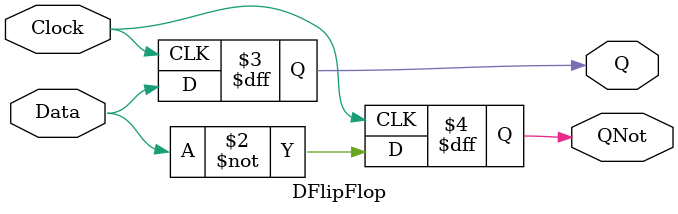
<source format=v>
module DFlipFlop (Data, Clock, Q, QNot);
	input wire Data, Clock;
	output reg Q, QNot;
	always @( posedge Clock) begin
		Q = Data;
		QNot = ~Data;
	end
endmodule

</source>
